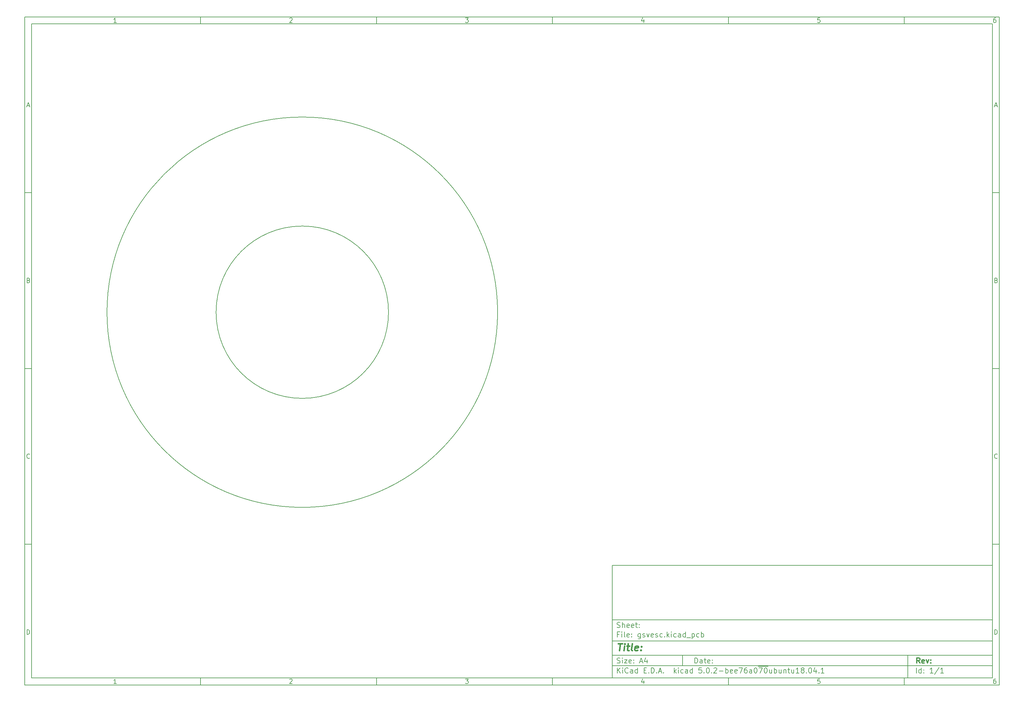
<source format=gbr>
G04 #@! TF.GenerationSoftware,KiCad,Pcbnew,5.0.2-bee76a0~70~ubuntu18.04.1*
G04 #@! TF.CreationDate,2019-01-04T10:38:41+01:00*
G04 #@! TF.ProjectId,gsvesc,67737665-7363-42e6-9b69-6361645f7063,rev?*
G04 #@! TF.SameCoordinates,Original*
G04 #@! TF.FileFunction,Profile,NP*
%FSLAX45Y45*%
G04 Gerber Fmt 4.5, Leading zero omitted, Abs format (unit mm)*
G04 Created by KiCad (PCBNEW 5.0.2-bee76a0~70~ubuntu18.04.1) date Fr 04 Jan 2019 10:38:41 CET*
%MOMM*%
%LPD*%
G01*
G04 APERTURE LIST*
%ADD10C,0.100000*%
%ADD11C,0.150000*%
%ADD12C,0.300000*%
%ADD13C,0.400000*%
%ADD14C,0.200000*%
G04 APERTURE END LIST*
D10*
D11*
X17700220Y-16600720D02*
X17700220Y-19800720D01*
X28500220Y-19800720D01*
X28500220Y-16600720D01*
X17700220Y-16600720D01*
D10*
D11*
X1000000Y-1000000D02*
X1000000Y-20000720D01*
X28700220Y-20000720D01*
X28700220Y-1000000D01*
X1000000Y-1000000D01*
D10*
D11*
X1200000Y-1200000D02*
X1200000Y-19800720D01*
X28500220Y-19800720D01*
X28500220Y-1200000D01*
X1200000Y-1200000D01*
D10*
D11*
X6000000Y-1200000D02*
X6000000Y-1000000D01*
D10*
D11*
X11000000Y-1200000D02*
X11000000Y-1000000D01*
D10*
D11*
X16000000Y-1200000D02*
X16000000Y-1000000D01*
D10*
D11*
X21000000Y-1200000D02*
X21000000Y-1000000D01*
D10*
D11*
X26000000Y-1200000D02*
X26000000Y-1000000D01*
D10*
D11*
X3606548Y-1158810D02*
X3532262Y-1158810D01*
X3569405Y-1158810D02*
X3569405Y-1028809D01*
X3557024Y-1047381D01*
X3544643Y-1059762D01*
X3532262Y-1065952D01*
D10*
D11*
X8532262Y-1041190D02*
X8538452Y-1035000D01*
X8550833Y-1028809D01*
X8581786Y-1028809D01*
X8594167Y-1035000D01*
X8600357Y-1041190D01*
X8606548Y-1053571D01*
X8606548Y-1065952D01*
X8600357Y-1084524D01*
X8526071Y-1158810D01*
X8606548Y-1158810D01*
D10*
D11*
X13526071Y-1028809D02*
X13606548Y-1028809D01*
X13563214Y-1078333D01*
X13581786Y-1078333D01*
X13594167Y-1084524D01*
X13600357Y-1090714D01*
X13606548Y-1103095D01*
X13606548Y-1134048D01*
X13600357Y-1146429D01*
X13594167Y-1152619D01*
X13581786Y-1158810D01*
X13544643Y-1158810D01*
X13532262Y-1152619D01*
X13526071Y-1146429D01*
D10*
D11*
X18594167Y-1072143D02*
X18594167Y-1158810D01*
X18563214Y-1022619D02*
X18532262Y-1115476D01*
X18612738Y-1115476D01*
D10*
D11*
X23600357Y-1028809D02*
X23538452Y-1028809D01*
X23532262Y-1090714D01*
X23538452Y-1084524D01*
X23550833Y-1078333D01*
X23581786Y-1078333D01*
X23594167Y-1084524D01*
X23600357Y-1090714D01*
X23606548Y-1103095D01*
X23606548Y-1134048D01*
X23600357Y-1146429D01*
X23594167Y-1152619D01*
X23581786Y-1158810D01*
X23550833Y-1158810D01*
X23538452Y-1152619D01*
X23532262Y-1146429D01*
D10*
D11*
X28594167Y-1028809D02*
X28569405Y-1028809D01*
X28557024Y-1035000D01*
X28550833Y-1041190D01*
X28538452Y-1059762D01*
X28532262Y-1084524D01*
X28532262Y-1134048D01*
X28538452Y-1146429D01*
X28544643Y-1152619D01*
X28557024Y-1158810D01*
X28581786Y-1158810D01*
X28594167Y-1152619D01*
X28600357Y-1146429D01*
X28606548Y-1134048D01*
X28606548Y-1103095D01*
X28600357Y-1090714D01*
X28594167Y-1084524D01*
X28581786Y-1078333D01*
X28557024Y-1078333D01*
X28544643Y-1084524D01*
X28538452Y-1090714D01*
X28532262Y-1103095D01*
D10*
D11*
X6000000Y-19800720D02*
X6000000Y-20000720D01*
D10*
D11*
X11000000Y-19800720D02*
X11000000Y-20000720D01*
D10*
D11*
X16000000Y-19800720D02*
X16000000Y-20000720D01*
D10*
D11*
X21000000Y-19800720D02*
X21000000Y-20000720D01*
D10*
D11*
X26000000Y-19800720D02*
X26000000Y-20000720D01*
D10*
D11*
X3606548Y-19959530D02*
X3532262Y-19959530D01*
X3569405Y-19959530D02*
X3569405Y-19829530D01*
X3557024Y-19848101D01*
X3544643Y-19860482D01*
X3532262Y-19866672D01*
D10*
D11*
X8532262Y-19841910D02*
X8538452Y-19835720D01*
X8550833Y-19829530D01*
X8581786Y-19829530D01*
X8594167Y-19835720D01*
X8600357Y-19841910D01*
X8606548Y-19854291D01*
X8606548Y-19866672D01*
X8600357Y-19885244D01*
X8526071Y-19959530D01*
X8606548Y-19959530D01*
D10*
D11*
X13526071Y-19829530D02*
X13606548Y-19829530D01*
X13563214Y-19879053D01*
X13581786Y-19879053D01*
X13594167Y-19885244D01*
X13600357Y-19891434D01*
X13606548Y-19903815D01*
X13606548Y-19934768D01*
X13600357Y-19947149D01*
X13594167Y-19953339D01*
X13581786Y-19959530D01*
X13544643Y-19959530D01*
X13532262Y-19953339D01*
X13526071Y-19947149D01*
D10*
D11*
X18594167Y-19872863D02*
X18594167Y-19959530D01*
X18563214Y-19823339D02*
X18532262Y-19916196D01*
X18612738Y-19916196D01*
D10*
D11*
X23600357Y-19829530D02*
X23538452Y-19829530D01*
X23532262Y-19891434D01*
X23538452Y-19885244D01*
X23550833Y-19879053D01*
X23581786Y-19879053D01*
X23594167Y-19885244D01*
X23600357Y-19891434D01*
X23606548Y-19903815D01*
X23606548Y-19934768D01*
X23600357Y-19947149D01*
X23594167Y-19953339D01*
X23581786Y-19959530D01*
X23550833Y-19959530D01*
X23538452Y-19953339D01*
X23532262Y-19947149D01*
D10*
D11*
X28594167Y-19829530D02*
X28569405Y-19829530D01*
X28557024Y-19835720D01*
X28550833Y-19841910D01*
X28538452Y-19860482D01*
X28532262Y-19885244D01*
X28532262Y-19934768D01*
X28538452Y-19947149D01*
X28544643Y-19953339D01*
X28557024Y-19959530D01*
X28581786Y-19959530D01*
X28594167Y-19953339D01*
X28600357Y-19947149D01*
X28606548Y-19934768D01*
X28606548Y-19903815D01*
X28600357Y-19891434D01*
X28594167Y-19885244D01*
X28581786Y-19879053D01*
X28557024Y-19879053D01*
X28544643Y-19885244D01*
X28538452Y-19891434D01*
X28532262Y-19903815D01*
D10*
D11*
X1000000Y-6000000D02*
X1200000Y-6000000D01*
D10*
D11*
X1000000Y-11000000D02*
X1200000Y-11000000D01*
D10*
D11*
X1000000Y-16000000D02*
X1200000Y-16000000D01*
D10*
D11*
X1069048Y-3521667D02*
X1130952Y-3521667D01*
X1056667Y-3558809D02*
X1100000Y-3428809D01*
X1143333Y-3558809D01*
D10*
D11*
X1109286Y-8490714D02*
X1127857Y-8496905D01*
X1134048Y-8503095D01*
X1140238Y-8515476D01*
X1140238Y-8534048D01*
X1134048Y-8546429D01*
X1127857Y-8552619D01*
X1115476Y-8558810D01*
X1065952Y-8558810D01*
X1065952Y-8428810D01*
X1109286Y-8428810D01*
X1121667Y-8435000D01*
X1127857Y-8441190D01*
X1134048Y-8453571D01*
X1134048Y-8465952D01*
X1127857Y-8478333D01*
X1121667Y-8484524D01*
X1109286Y-8490714D01*
X1065952Y-8490714D01*
D10*
D11*
X1140238Y-13546428D02*
X1134048Y-13552619D01*
X1115476Y-13558809D01*
X1103095Y-13558809D01*
X1084524Y-13552619D01*
X1072143Y-13540238D01*
X1065952Y-13527857D01*
X1059762Y-13503095D01*
X1059762Y-13484524D01*
X1065952Y-13459762D01*
X1072143Y-13447381D01*
X1084524Y-13435000D01*
X1103095Y-13428809D01*
X1115476Y-13428809D01*
X1134048Y-13435000D01*
X1140238Y-13441190D01*
D10*
D11*
X1065952Y-18558810D02*
X1065952Y-18428810D01*
X1096905Y-18428810D01*
X1115476Y-18435000D01*
X1127857Y-18447381D01*
X1134048Y-18459762D01*
X1140238Y-18484524D01*
X1140238Y-18503095D01*
X1134048Y-18527857D01*
X1127857Y-18540238D01*
X1115476Y-18552619D01*
X1096905Y-18558810D01*
X1065952Y-18558810D01*
D10*
D11*
X28700220Y-6000000D02*
X28500220Y-6000000D01*
D10*
D11*
X28700220Y-11000000D02*
X28500220Y-11000000D01*
D10*
D11*
X28700220Y-16000000D02*
X28500220Y-16000000D01*
D10*
D11*
X28569268Y-3521667D02*
X28631172Y-3521667D01*
X28556887Y-3558809D02*
X28600220Y-3428809D01*
X28643553Y-3558809D01*
D10*
D11*
X28609506Y-8490714D02*
X28628077Y-8496905D01*
X28634268Y-8503095D01*
X28640458Y-8515476D01*
X28640458Y-8534048D01*
X28634268Y-8546429D01*
X28628077Y-8552619D01*
X28615696Y-8558810D01*
X28566172Y-8558810D01*
X28566172Y-8428810D01*
X28609506Y-8428810D01*
X28621887Y-8435000D01*
X28628077Y-8441190D01*
X28634268Y-8453571D01*
X28634268Y-8465952D01*
X28628077Y-8478333D01*
X28621887Y-8484524D01*
X28609506Y-8490714D01*
X28566172Y-8490714D01*
D10*
D11*
X28640458Y-13546428D02*
X28634268Y-13552619D01*
X28615696Y-13558809D01*
X28603315Y-13558809D01*
X28584744Y-13552619D01*
X28572363Y-13540238D01*
X28566172Y-13527857D01*
X28559982Y-13503095D01*
X28559982Y-13484524D01*
X28566172Y-13459762D01*
X28572363Y-13447381D01*
X28584744Y-13435000D01*
X28603315Y-13428809D01*
X28615696Y-13428809D01*
X28634268Y-13435000D01*
X28640458Y-13441190D01*
D10*
D11*
X28566172Y-18558810D02*
X28566172Y-18428810D01*
X28597125Y-18428810D01*
X28615696Y-18435000D01*
X28628077Y-18447381D01*
X28634268Y-18459762D01*
X28640458Y-18484524D01*
X28640458Y-18503095D01*
X28634268Y-18527857D01*
X28628077Y-18540238D01*
X28615696Y-18552619D01*
X28597125Y-18558810D01*
X28566172Y-18558810D01*
D10*
D11*
X20043434Y-19378577D02*
X20043434Y-19228577D01*
X20079149Y-19228577D01*
X20100577Y-19235720D01*
X20114863Y-19250006D01*
X20122006Y-19264291D01*
X20129149Y-19292863D01*
X20129149Y-19314291D01*
X20122006Y-19342863D01*
X20114863Y-19357149D01*
X20100577Y-19371434D01*
X20079149Y-19378577D01*
X20043434Y-19378577D01*
X20257720Y-19378577D02*
X20257720Y-19300006D01*
X20250577Y-19285720D01*
X20236291Y-19278577D01*
X20207720Y-19278577D01*
X20193434Y-19285720D01*
X20257720Y-19371434D02*
X20243434Y-19378577D01*
X20207720Y-19378577D01*
X20193434Y-19371434D01*
X20186291Y-19357149D01*
X20186291Y-19342863D01*
X20193434Y-19328577D01*
X20207720Y-19321434D01*
X20243434Y-19321434D01*
X20257720Y-19314291D01*
X20307720Y-19278577D02*
X20364863Y-19278577D01*
X20329149Y-19228577D02*
X20329149Y-19357149D01*
X20336291Y-19371434D01*
X20350577Y-19378577D01*
X20364863Y-19378577D01*
X20472006Y-19371434D02*
X20457720Y-19378577D01*
X20429149Y-19378577D01*
X20414863Y-19371434D01*
X20407720Y-19357149D01*
X20407720Y-19300006D01*
X20414863Y-19285720D01*
X20429149Y-19278577D01*
X20457720Y-19278577D01*
X20472006Y-19285720D01*
X20479149Y-19300006D01*
X20479149Y-19314291D01*
X20407720Y-19328577D01*
X20543434Y-19364291D02*
X20550577Y-19371434D01*
X20543434Y-19378577D01*
X20536291Y-19371434D01*
X20543434Y-19364291D01*
X20543434Y-19378577D01*
X20543434Y-19285720D02*
X20550577Y-19292863D01*
X20543434Y-19300006D01*
X20536291Y-19292863D01*
X20543434Y-19285720D01*
X20543434Y-19300006D01*
D10*
D11*
X17700220Y-19450720D02*
X28500220Y-19450720D01*
D10*
D11*
X17843434Y-19658577D02*
X17843434Y-19508577D01*
X17929149Y-19658577D02*
X17864863Y-19572863D01*
X17929149Y-19508577D02*
X17843434Y-19594291D01*
X17993434Y-19658577D02*
X17993434Y-19558577D01*
X17993434Y-19508577D02*
X17986291Y-19515720D01*
X17993434Y-19522863D01*
X18000577Y-19515720D01*
X17993434Y-19508577D01*
X17993434Y-19522863D01*
X18150577Y-19644291D02*
X18143434Y-19651434D01*
X18122006Y-19658577D01*
X18107720Y-19658577D01*
X18086291Y-19651434D01*
X18072006Y-19637149D01*
X18064863Y-19622863D01*
X18057720Y-19594291D01*
X18057720Y-19572863D01*
X18064863Y-19544291D01*
X18072006Y-19530006D01*
X18086291Y-19515720D01*
X18107720Y-19508577D01*
X18122006Y-19508577D01*
X18143434Y-19515720D01*
X18150577Y-19522863D01*
X18279149Y-19658577D02*
X18279149Y-19580006D01*
X18272006Y-19565720D01*
X18257720Y-19558577D01*
X18229149Y-19558577D01*
X18214863Y-19565720D01*
X18279149Y-19651434D02*
X18264863Y-19658577D01*
X18229149Y-19658577D01*
X18214863Y-19651434D01*
X18207720Y-19637149D01*
X18207720Y-19622863D01*
X18214863Y-19608577D01*
X18229149Y-19601434D01*
X18264863Y-19601434D01*
X18279149Y-19594291D01*
X18414863Y-19658577D02*
X18414863Y-19508577D01*
X18414863Y-19651434D02*
X18400577Y-19658577D01*
X18372006Y-19658577D01*
X18357720Y-19651434D01*
X18350577Y-19644291D01*
X18343434Y-19630006D01*
X18343434Y-19587149D01*
X18350577Y-19572863D01*
X18357720Y-19565720D01*
X18372006Y-19558577D01*
X18400577Y-19558577D01*
X18414863Y-19565720D01*
X18600577Y-19580006D02*
X18650577Y-19580006D01*
X18672006Y-19658577D02*
X18600577Y-19658577D01*
X18600577Y-19508577D01*
X18672006Y-19508577D01*
X18736291Y-19644291D02*
X18743434Y-19651434D01*
X18736291Y-19658577D01*
X18729149Y-19651434D01*
X18736291Y-19644291D01*
X18736291Y-19658577D01*
X18807720Y-19658577D02*
X18807720Y-19508577D01*
X18843434Y-19508577D01*
X18864863Y-19515720D01*
X18879149Y-19530006D01*
X18886291Y-19544291D01*
X18893434Y-19572863D01*
X18893434Y-19594291D01*
X18886291Y-19622863D01*
X18879149Y-19637149D01*
X18864863Y-19651434D01*
X18843434Y-19658577D01*
X18807720Y-19658577D01*
X18957720Y-19644291D02*
X18964863Y-19651434D01*
X18957720Y-19658577D01*
X18950577Y-19651434D01*
X18957720Y-19644291D01*
X18957720Y-19658577D01*
X19022006Y-19615720D02*
X19093434Y-19615720D01*
X19007720Y-19658577D02*
X19057720Y-19508577D01*
X19107720Y-19658577D01*
X19157720Y-19644291D02*
X19164863Y-19651434D01*
X19157720Y-19658577D01*
X19150577Y-19651434D01*
X19157720Y-19644291D01*
X19157720Y-19658577D01*
X19457720Y-19658577D02*
X19457720Y-19508577D01*
X19472006Y-19601434D02*
X19514863Y-19658577D01*
X19514863Y-19558577D02*
X19457720Y-19615720D01*
X19579149Y-19658577D02*
X19579149Y-19558577D01*
X19579149Y-19508577D02*
X19572006Y-19515720D01*
X19579149Y-19522863D01*
X19586291Y-19515720D01*
X19579149Y-19508577D01*
X19579149Y-19522863D01*
X19714863Y-19651434D02*
X19700577Y-19658577D01*
X19672006Y-19658577D01*
X19657720Y-19651434D01*
X19650577Y-19644291D01*
X19643434Y-19630006D01*
X19643434Y-19587149D01*
X19650577Y-19572863D01*
X19657720Y-19565720D01*
X19672006Y-19558577D01*
X19700577Y-19558577D01*
X19714863Y-19565720D01*
X19843434Y-19658577D02*
X19843434Y-19580006D01*
X19836291Y-19565720D01*
X19822006Y-19558577D01*
X19793434Y-19558577D01*
X19779149Y-19565720D01*
X19843434Y-19651434D02*
X19829149Y-19658577D01*
X19793434Y-19658577D01*
X19779149Y-19651434D01*
X19772006Y-19637149D01*
X19772006Y-19622863D01*
X19779149Y-19608577D01*
X19793434Y-19601434D01*
X19829149Y-19601434D01*
X19843434Y-19594291D01*
X19979149Y-19658577D02*
X19979149Y-19508577D01*
X19979149Y-19651434D02*
X19964863Y-19658577D01*
X19936291Y-19658577D01*
X19922006Y-19651434D01*
X19914863Y-19644291D01*
X19907720Y-19630006D01*
X19907720Y-19587149D01*
X19914863Y-19572863D01*
X19922006Y-19565720D01*
X19936291Y-19558577D01*
X19964863Y-19558577D01*
X19979149Y-19565720D01*
X20236291Y-19508577D02*
X20164863Y-19508577D01*
X20157720Y-19580006D01*
X20164863Y-19572863D01*
X20179149Y-19565720D01*
X20214863Y-19565720D01*
X20229149Y-19572863D01*
X20236291Y-19580006D01*
X20243434Y-19594291D01*
X20243434Y-19630006D01*
X20236291Y-19644291D01*
X20229149Y-19651434D01*
X20214863Y-19658577D01*
X20179149Y-19658577D01*
X20164863Y-19651434D01*
X20157720Y-19644291D01*
X20307720Y-19644291D02*
X20314863Y-19651434D01*
X20307720Y-19658577D01*
X20300577Y-19651434D01*
X20307720Y-19644291D01*
X20307720Y-19658577D01*
X20407720Y-19508577D02*
X20422006Y-19508577D01*
X20436291Y-19515720D01*
X20443434Y-19522863D01*
X20450577Y-19537149D01*
X20457720Y-19565720D01*
X20457720Y-19601434D01*
X20450577Y-19630006D01*
X20443434Y-19644291D01*
X20436291Y-19651434D01*
X20422006Y-19658577D01*
X20407720Y-19658577D01*
X20393434Y-19651434D01*
X20386291Y-19644291D01*
X20379149Y-19630006D01*
X20372006Y-19601434D01*
X20372006Y-19565720D01*
X20379149Y-19537149D01*
X20386291Y-19522863D01*
X20393434Y-19515720D01*
X20407720Y-19508577D01*
X20522006Y-19644291D02*
X20529149Y-19651434D01*
X20522006Y-19658577D01*
X20514863Y-19651434D01*
X20522006Y-19644291D01*
X20522006Y-19658577D01*
X20586291Y-19522863D02*
X20593434Y-19515720D01*
X20607720Y-19508577D01*
X20643434Y-19508577D01*
X20657720Y-19515720D01*
X20664863Y-19522863D01*
X20672006Y-19537149D01*
X20672006Y-19551434D01*
X20664863Y-19572863D01*
X20579149Y-19658577D01*
X20672006Y-19658577D01*
X20736291Y-19601434D02*
X20850577Y-19601434D01*
X20922006Y-19658577D02*
X20922006Y-19508577D01*
X20922006Y-19565720D02*
X20936291Y-19558577D01*
X20964863Y-19558577D01*
X20979149Y-19565720D01*
X20986291Y-19572863D01*
X20993434Y-19587149D01*
X20993434Y-19630006D01*
X20986291Y-19644291D01*
X20979149Y-19651434D01*
X20964863Y-19658577D01*
X20936291Y-19658577D01*
X20922006Y-19651434D01*
X21114863Y-19651434D02*
X21100577Y-19658577D01*
X21072006Y-19658577D01*
X21057720Y-19651434D01*
X21050577Y-19637149D01*
X21050577Y-19580006D01*
X21057720Y-19565720D01*
X21072006Y-19558577D01*
X21100577Y-19558577D01*
X21114863Y-19565720D01*
X21122006Y-19580006D01*
X21122006Y-19594291D01*
X21050577Y-19608577D01*
X21243434Y-19651434D02*
X21229149Y-19658577D01*
X21200577Y-19658577D01*
X21186291Y-19651434D01*
X21179149Y-19637149D01*
X21179149Y-19580006D01*
X21186291Y-19565720D01*
X21200577Y-19558577D01*
X21229149Y-19558577D01*
X21243434Y-19565720D01*
X21250577Y-19580006D01*
X21250577Y-19594291D01*
X21179149Y-19608577D01*
X21300577Y-19508577D02*
X21400577Y-19508577D01*
X21336291Y-19658577D01*
X21522006Y-19508577D02*
X21493434Y-19508577D01*
X21479149Y-19515720D01*
X21472006Y-19522863D01*
X21457720Y-19544291D01*
X21450577Y-19572863D01*
X21450577Y-19630006D01*
X21457720Y-19644291D01*
X21464863Y-19651434D01*
X21479149Y-19658577D01*
X21507720Y-19658577D01*
X21522006Y-19651434D01*
X21529149Y-19644291D01*
X21536291Y-19630006D01*
X21536291Y-19594291D01*
X21529149Y-19580006D01*
X21522006Y-19572863D01*
X21507720Y-19565720D01*
X21479149Y-19565720D01*
X21464863Y-19572863D01*
X21457720Y-19580006D01*
X21450577Y-19594291D01*
X21664863Y-19658577D02*
X21664863Y-19580006D01*
X21657720Y-19565720D01*
X21643434Y-19558577D01*
X21614863Y-19558577D01*
X21600577Y-19565720D01*
X21664863Y-19651434D02*
X21650577Y-19658577D01*
X21614863Y-19658577D01*
X21600577Y-19651434D01*
X21593434Y-19637149D01*
X21593434Y-19622863D01*
X21600577Y-19608577D01*
X21614863Y-19601434D01*
X21650577Y-19601434D01*
X21664863Y-19594291D01*
X21764863Y-19508577D02*
X21779149Y-19508577D01*
X21793434Y-19515720D01*
X21800577Y-19522863D01*
X21807720Y-19537149D01*
X21814863Y-19565720D01*
X21814863Y-19601434D01*
X21807720Y-19630006D01*
X21800577Y-19644291D01*
X21793434Y-19651434D01*
X21779149Y-19658577D01*
X21764863Y-19658577D01*
X21750577Y-19651434D01*
X21743434Y-19644291D01*
X21736291Y-19630006D01*
X21729149Y-19601434D01*
X21729149Y-19565720D01*
X21736291Y-19537149D01*
X21743434Y-19522863D01*
X21750577Y-19515720D01*
X21764863Y-19508577D01*
X21843434Y-19467720D02*
X21986291Y-19467720D01*
X21864863Y-19508577D02*
X21964863Y-19508577D01*
X21900577Y-19658577D01*
X21986291Y-19467720D02*
X22129149Y-19467720D01*
X22050577Y-19508577D02*
X22064863Y-19508577D01*
X22079149Y-19515720D01*
X22086291Y-19522863D01*
X22093434Y-19537149D01*
X22100577Y-19565720D01*
X22100577Y-19601434D01*
X22093434Y-19630006D01*
X22086291Y-19644291D01*
X22079149Y-19651434D01*
X22064863Y-19658577D01*
X22050577Y-19658577D01*
X22036291Y-19651434D01*
X22029149Y-19644291D01*
X22022006Y-19630006D01*
X22014863Y-19601434D01*
X22014863Y-19565720D01*
X22022006Y-19537149D01*
X22029149Y-19522863D01*
X22036291Y-19515720D01*
X22050577Y-19508577D01*
X22229149Y-19558577D02*
X22229149Y-19658577D01*
X22164863Y-19558577D02*
X22164863Y-19637149D01*
X22172006Y-19651434D01*
X22186291Y-19658577D01*
X22207720Y-19658577D01*
X22222006Y-19651434D01*
X22229149Y-19644291D01*
X22300577Y-19658577D02*
X22300577Y-19508577D01*
X22300577Y-19565720D02*
X22314863Y-19558577D01*
X22343434Y-19558577D01*
X22357720Y-19565720D01*
X22364863Y-19572863D01*
X22372006Y-19587149D01*
X22372006Y-19630006D01*
X22364863Y-19644291D01*
X22357720Y-19651434D01*
X22343434Y-19658577D01*
X22314863Y-19658577D01*
X22300577Y-19651434D01*
X22500577Y-19558577D02*
X22500577Y-19658577D01*
X22436291Y-19558577D02*
X22436291Y-19637149D01*
X22443434Y-19651434D01*
X22457720Y-19658577D01*
X22479148Y-19658577D01*
X22493434Y-19651434D01*
X22500577Y-19644291D01*
X22572006Y-19558577D02*
X22572006Y-19658577D01*
X22572006Y-19572863D02*
X22579148Y-19565720D01*
X22593434Y-19558577D01*
X22614863Y-19558577D01*
X22629148Y-19565720D01*
X22636291Y-19580006D01*
X22636291Y-19658577D01*
X22686291Y-19558577D02*
X22743434Y-19558577D01*
X22707720Y-19508577D02*
X22707720Y-19637149D01*
X22714863Y-19651434D01*
X22729148Y-19658577D01*
X22743434Y-19658577D01*
X22857720Y-19558577D02*
X22857720Y-19658577D01*
X22793434Y-19558577D02*
X22793434Y-19637149D01*
X22800577Y-19651434D01*
X22814863Y-19658577D01*
X22836291Y-19658577D01*
X22850577Y-19651434D01*
X22857720Y-19644291D01*
X23007720Y-19658577D02*
X22922006Y-19658577D01*
X22964863Y-19658577D02*
X22964863Y-19508577D01*
X22950577Y-19530006D01*
X22936291Y-19544291D01*
X22922006Y-19551434D01*
X23093434Y-19572863D02*
X23079148Y-19565720D01*
X23072006Y-19558577D01*
X23064863Y-19544291D01*
X23064863Y-19537149D01*
X23072006Y-19522863D01*
X23079148Y-19515720D01*
X23093434Y-19508577D01*
X23122006Y-19508577D01*
X23136291Y-19515720D01*
X23143434Y-19522863D01*
X23150577Y-19537149D01*
X23150577Y-19544291D01*
X23143434Y-19558577D01*
X23136291Y-19565720D01*
X23122006Y-19572863D01*
X23093434Y-19572863D01*
X23079148Y-19580006D01*
X23072006Y-19587149D01*
X23064863Y-19601434D01*
X23064863Y-19630006D01*
X23072006Y-19644291D01*
X23079148Y-19651434D01*
X23093434Y-19658577D01*
X23122006Y-19658577D01*
X23136291Y-19651434D01*
X23143434Y-19644291D01*
X23150577Y-19630006D01*
X23150577Y-19601434D01*
X23143434Y-19587149D01*
X23136291Y-19580006D01*
X23122006Y-19572863D01*
X23214863Y-19644291D02*
X23222006Y-19651434D01*
X23214863Y-19658577D01*
X23207720Y-19651434D01*
X23214863Y-19644291D01*
X23214863Y-19658577D01*
X23314863Y-19508577D02*
X23329148Y-19508577D01*
X23343434Y-19515720D01*
X23350577Y-19522863D01*
X23357720Y-19537149D01*
X23364863Y-19565720D01*
X23364863Y-19601434D01*
X23357720Y-19630006D01*
X23350577Y-19644291D01*
X23343434Y-19651434D01*
X23329148Y-19658577D01*
X23314863Y-19658577D01*
X23300577Y-19651434D01*
X23293434Y-19644291D01*
X23286291Y-19630006D01*
X23279148Y-19601434D01*
X23279148Y-19565720D01*
X23286291Y-19537149D01*
X23293434Y-19522863D01*
X23300577Y-19515720D01*
X23314863Y-19508577D01*
X23493434Y-19558577D02*
X23493434Y-19658577D01*
X23457720Y-19501434D02*
X23422006Y-19608577D01*
X23514863Y-19608577D01*
X23572006Y-19644291D02*
X23579148Y-19651434D01*
X23572006Y-19658577D01*
X23564863Y-19651434D01*
X23572006Y-19644291D01*
X23572006Y-19658577D01*
X23722006Y-19658577D02*
X23636291Y-19658577D01*
X23679148Y-19658577D02*
X23679148Y-19508577D01*
X23664863Y-19530006D01*
X23650577Y-19544291D01*
X23636291Y-19551434D01*
D10*
D11*
X17700220Y-19150720D02*
X28500220Y-19150720D01*
D10*
D12*
X26441148Y-19378577D02*
X26391148Y-19307149D01*
X26355434Y-19378577D02*
X26355434Y-19228577D01*
X26412577Y-19228577D01*
X26426863Y-19235720D01*
X26434006Y-19242863D01*
X26441148Y-19257149D01*
X26441148Y-19278577D01*
X26434006Y-19292863D01*
X26426863Y-19300006D01*
X26412577Y-19307149D01*
X26355434Y-19307149D01*
X26562577Y-19371434D02*
X26548291Y-19378577D01*
X26519720Y-19378577D01*
X26505434Y-19371434D01*
X26498291Y-19357149D01*
X26498291Y-19300006D01*
X26505434Y-19285720D01*
X26519720Y-19278577D01*
X26548291Y-19278577D01*
X26562577Y-19285720D01*
X26569720Y-19300006D01*
X26569720Y-19314291D01*
X26498291Y-19328577D01*
X26619720Y-19278577D02*
X26655434Y-19378577D01*
X26691148Y-19278577D01*
X26748291Y-19364291D02*
X26755434Y-19371434D01*
X26748291Y-19378577D01*
X26741148Y-19371434D01*
X26748291Y-19364291D01*
X26748291Y-19378577D01*
X26748291Y-19285720D02*
X26755434Y-19292863D01*
X26748291Y-19300006D01*
X26741148Y-19292863D01*
X26748291Y-19285720D01*
X26748291Y-19300006D01*
D10*
D11*
X17836291Y-19371434D02*
X17857720Y-19378577D01*
X17893434Y-19378577D01*
X17907720Y-19371434D01*
X17914863Y-19364291D01*
X17922006Y-19350006D01*
X17922006Y-19335720D01*
X17914863Y-19321434D01*
X17907720Y-19314291D01*
X17893434Y-19307149D01*
X17864863Y-19300006D01*
X17850577Y-19292863D01*
X17843434Y-19285720D01*
X17836291Y-19271434D01*
X17836291Y-19257149D01*
X17843434Y-19242863D01*
X17850577Y-19235720D01*
X17864863Y-19228577D01*
X17900577Y-19228577D01*
X17922006Y-19235720D01*
X17986291Y-19378577D02*
X17986291Y-19278577D01*
X17986291Y-19228577D02*
X17979149Y-19235720D01*
X17986291Y-19242863D01*
X17993434Y-19235720D01*
X17986291Y-19228577D01*
X17986291Y-19242863D01*
X18043434Y-19278577D02*
X18122006Y-19278577D01*
X18043434Y-19378577D01*
X18122006Y-19378577D01*
X18236291Y-19371434D02*
X18222006Y-19378577D01*
X18193434Y-19378577D01*
X18179149Y-19371434D01*
X18172006Y-19357149D01*
X18172006Y-19300006D01*
X18179149Y-19285720D01*
X18193434Y-19278577D01*
X18222006Y-19278577D01*
X18236291Y-19285720D01*
X18243434Y-19300006D01*
X18243434Y-19314291D01*
X18172006Y-19328577D01*
X18307720Y-19364291D02*
X18314863Y-19371434D01*
X18307720Y-19378577D01*
X18300577Y-19371434D01*
X18307720Y-19364291D01*
X18307720Y-19378577D01*
X18307720Y-19285720D02*
X18314863Y-19292863D01*
X18307720Y-19300006D01*
X18300577Y-19292863D01*
X18307720Y-19285720D01*
X18307720Y-19300006D01*
X18486291Y-19335720D02*
X18557720Y-19335720D01*
X18472006Y-19378577D02*
X18522006Y-19228577D01*
X18572006Y-19378577D01*
X18686291Y-19278577D02*
X18686291Y-19378577D01*
X18650577Y-19221434D02*
X18614863Y-19328577D01*
X18707720Y-19328577D01*
D10*
D11*
X26343434Y-19658577D02*
X26343434Y-19508577D01*
X26479148Y-19658577D02*
X26479148Y-19508577D01*
X26479148Y-19651434D02*
X26464863Y-19658577D01*
X26436291Y-19658577D01*
X26422006Y-19651434D01*
X26414863Y-19644291D01*
X26407720Y-19630006D01*
X26407720Y-19587149D01*
X26414863Y-19572863D01*
X26422006Y-19565720D01*
X26436291Y-19558577D01*
X26464863Y-19558577D01*
X26479148Y-19565720D01*
X26550577Y-19644291D02*
X26557720Y-19651434D01*
X26550577Y-19658577D01*
X26543434Y-19651434D01*
X26550577Y-19644291D01*
X26550577Y-19658577D01*
X26550577Y-19565720D02*
X26557720Y-19572863D01*
X26550577Y-19580006D01*
X26543434Y-19572863D01*
X26550577Y-19565720D01*
X26550577Y-19580006D01*
X26814863Y-19658577D02*
X26729148Y-19658577D01*
X26772006Y-19658577D02*
X26772006Y-19508577D01*
X26757720Y-19530006D01*
X26743434Y-19544291D01*
X26729148Y-19551434D01*
X26986291Y-19501434D02*
X26857720Y-19694291D01*
X27114863Y-19658577D02*
X27029148Y-19658577D01*
X27072006Y-19658577D02*
X27072006Y-19508577D01*
X27057720Y-19530006D01*
X27043434Y-19544291D01*
X27029148Y-19551434D01*
D10*
D11*
X17700220Y-18750720D02*
X28500220Y-18750720D01*
D10*
D13*
X17871458Y-18821196D02*
X17985744Y-18821196D01*
X17903601Y-19021196D02*
X17928601Y-18821196D01*
X18027410Y-19021196D02*
X18044077Y-18887863D01*
X18052410Y-18821196D02*
X18041696Y-18830720D01*
X18050030Y-18840244D01*
X18060744Y-18830720D01*
X18052410Y-18821196D01*
X18050030Y-18840244D01*
X18110744Y-18887863D02*
X18186934Y-18887863D01*
X18147649Y-18821196D02*
X18126220Y-18992625D01*
X18133363Y-19011672D01*
X18151220Y-19021196D01*
X18170268Y-19021196D01*
X18265506Y-19021196D02*
X18247649Y-19011672D01*
X18240506Y-18992625D01*
X18261934Y-18821196D01*
X18419077Y-19011672D02*
X18398839Y-19021196D01*
X18360744Y-19021196D01*
X18342887Y-19011672D01*
X18335744Y-18992625D01*
X18345268Y-18916434D01*
X18357172Y-18897387D01*
X18377410Y-18887863D01*
X18415506Y-18887863D01*
X18433363Y-18897387D01*
X18440506Y-18916434D01*
X18438125Y-18935482D01*
X18340506Y-18954530D01*
X18515506Y-19002149D02*
X18523839Y-19011672D01*
X18513125Y-19021196D01*
X18504791Y-19011672D01*
X18515506Y-19002149D01*
X18513125Y-19021196D01*
X18528601Y-18897387D02*
X18536934Y-18906910D01*
X18526220Y-18916434D01*
X18517887Y-18906910D01*
X18528601Y-18897387D01*
X18526220Y-18916434D01*
D10*
D11*
X17893434Y-18560006D02*
X17843434Y-18560006D01*
X17843434Y-18638577D02*
X17843434Y-18488577D01*
X17914863Y-18488577D01*
X17972006Y-18638577D02*
X17972006Y-18538577D01*
X17972006Y-18488577D02*
X17964863Y-18495720D01*
X17972006Y-18502863D01*
X17979149Y-18495720D01*
X17972006Y-18488577D01*
X17972006Y-18502863D01*
X18064863Y-18638577D02*
X18050577Y-18631434D01*
X18043434Y-18617149D01*
X18043434Y-18488577D01*
X18179149Y-18631434D02*
X18164863Y-18638577D01*
X18136291Y-18638577D01*
X18122006Y-18631434D01*
X18114863Y-18617149D01*
X18114863Y-18560006D01*
X18122006Y-18545720D01*
X18136291Y-18538577D01*
X18164863Y-18538577D01*
X18179149Y-18545720D01*
X18186291Y-18560006D01*
X18186291Y-18574291D01*
X18114863Y-18588577D01*
X18250577Y-18624291D02*
X18257720Y-18631434D01*
X18250577Y-18638577D01*
X18243434Y-18631434D01*
X18250577Y-18624291D01*
X18250577Y-18638577D01*
X18250577Y-18545720D02*
X18257720Y-18552863D01*
X18250577Y-18560006D01*
X18243434Y-18552863D01*
X18250577Y-18545720D01*
X18250577Y-18560006D01*
X18500577Y-18538577D02*
X18500577Y-18660006D01*
X18493434Y-18674291D01*
X18486291Y-18681434D01*
X18472006Y-18688577D01*
X18450577Y-18688577D01*
X18436291Y-18681434D01*
X18500577Y-18631434D02*
X18486291Y-18638577D01*
X18457720Y-18638577D01*
X18443434Y-18631434D01*
X18436291Y-18624291D01*
X18429149Y-18610006D01*
X18429149Y-18567149D01*
X18436291Y-18552863D01*
X18443434Y-18545720D01*
X18457720Y-18538577D01*
X18486291Y-18538577D01*
X18500577Y-18545720D01*
X18564863Y-18631434D02*
X18579149Y-18638577D01*
X18607720Y-18638577D01*
X18622006Y-18631434D01*
X18629149Y-18617149D01*
X18629149Y-18610006D01*
X18622006Y-18595720D01*
X18607720Y-18588577D01*
X18586291Y-18588577D01*
X18572006Y-18581434D01*
X18564863Y-18567149D01*
X18564863Y-18560006D01*
X18572006Y-18545720D01*
X18586291Y-18538577D01*
X18607720Y-18538577D01*
X18622006Y-18545720D01*
X18679149Y-18538577D02*
X18714863Y-18638577D01*
X18750577Y-18538577D01*
X18864863Y-18631434D02*
X18850577Y-18638577D01*
X18822006Y-18638577D01*
X18807720Y-18631434D01*
X18800577Y-18617149D01*
X18800577Y-18560006D01*
X18807720Y-18545720D01*
X18822006Y-18538577D01*
X18850577Y-18538577D01*
X18864863Y-18545720D01*
X18872006Y-18560006D01*
X18872006Y-18574291D01*
X18800577Y-18588577D01*
X18929149Y-18631434D02*
X18943434Y-18638577D01*
X18972006Y-18638577D01*
X18986291Y-18631434D01*
X18993434Y-18617149D01*
X18993434Y-18610006D01*
X18986291Y-18595720D01*
X18972006Y-18588577D01*
X18950577Y-18588577D01*
X18936291Y-18581434D01*
X18929149Y-18567149D01*
X18929149Y-18560006D01*
X18936291Y-18545720D01*
X18950577Y-18538577D01*
X18972006Y-18538577D01*
X18986291Y-18545720D01*
X19122006Y-18631434D02*
X19107720Y-18638577D01*
X19079149Y-18638577D01*
X19064863Y-18631434D01*
X19057720Y-18624291D01*
X19050577Y-18610006D01*
X19050577Y-18567149D01*
X19057720Y-18552863D01*
X19064863Y-18545720D01*
X19079149Y-18538577D01*
X19107720Y-18538577D01*
X19122006Y-18545720D01*
X19186291Y-18624291D02*
X19193434Y-18631434D01*
X19186291Y-18638577D01*
X19179149Y-18631434D01*
X19186291Y-18624291D01*
X19186291Y-18638577D01*
X19257720Y-18638577D02*
X19257720Y-18488577D01*
X19272006Y-18581434D02*
X19314863Y-18638577D01*
X19314863Y-18538577D02*
X19257720Y-18595720D01*
X19379149Y-18638577D02*
X19379149Y-18538577D01*
X19379149Y-18488577D02*
X19372006Y-18495720D01*
X19379149Y-18502863D01*
X19386291Y-18495720D01*
X19379149Y-18488577D01*
X19379149Y-18502863D01*
X19514863Y-18631434D02*
X19500577Y-18638577D01*
X19472006Y-18638577D01*
X19457720Y-18631434D01*
X19450577Y-18624291D01*
X19443434Y-18610006D01*
X19443434Y-18567149D01*
X19450577Y-18552863D01*
X19457720Y-18545720D01*
X19472006Y-18538577D01*
X19500577Y-18538577D01*
X19514863Y-18545720D01*
X19643434Y-18638577D02*
X19643434Y-18560006D01*
X19636291Y-18545720D01*
X19622006Y-18538577D01*
X19593434Y-18538577D01*
X19579149Y-18545720D01*
X19643434Y-18631434D02*
X19629149Y-18638577D01*
X19593434Y-18638577D01*
X19579149Y-18631434D01*
X19572006Y-18617149D01*
X19572006Y-18602863D01*
X19579149Y-18588577D01*
X19593434Y-18581434D01*
X19629149Y-18581434D01*
X19643434Y-18574291D01*
X19779149Y-18638577D02*
X19779149Y-18488577D01*
X19779149Y-18631434D02*
X19764863Y-18638577D01*
X19736291Y-18638577D01*
X19722006Y-18631434D01*
X19714863Y-18624291D01*
X19707720Y-18610006D01*
X19707720Y-18567149D01*
X19714863Y-18552863D01*
X19722006Y-18545720D01*
X19736291Y-18538577D01*
X19764863Y-18538577D01*
X19779149Y-18545720D01*
X19814863Y-18652863D02*
X19929149Y-18652863D01*
X19964863Y-18538577D02*
X19964863Y-18688577D01*
X19964863Y-18545720D02*
X19979149Y-18538577D01*
X20007720Y-18538577D01*
X20022006Y-18545720D01*
X20029149Y-18552863D01*
X20036291Y-18567149D01*
X20036291Y-18610006D01*
X20029149Y-18624291D01*
X20022006Y-18631434D01*
X20007720Y-18638577D01*
X19979149Y-18638577D01*
X19964863Y-18631434D01*
X20164863Y-18631434D02*
X20150577Y-18638577D01*
X20122006Y-18638577D01*
X20107720Y-18631434D01*
X20100577Y-18624291D01*
X20093434Y-18610006D01*
X20093434Y-18567149D01*
X20100577Y-18552863D01*
X20107720Y-18545720D01*
X20122006Y-18538577D01*
X20150577Y-18538577D01*
X20164863Y-18545720D01*
X20229149Y-18638577D02*
X20229149Y-18488577D01*
X20229149Y-18545720D02*
X20243434Y-18538577D01*
X20272006Y-18538577D01*
X20286291Y-18545720D01*
X20293434Y-18552863D01*
X20300577Y-18567149D01*
X20300577Y-18610006D01*
X20293434Y-18624291D01*
X20286291Y-18631434D01*
X20272006Y-18638577D01*
X20243434Y-18638577D01*
X20229149Y-18631434D01*
D10*
D11*
X17700220Y-18150720D02*
X28500220Y-18150720D01*
D10*
D11*
X17836291Y-18361434D02*
X17857720Y-18368577D01*
X17893434Y-18368577D01*
X17907720Y-18361434D01*
X17914863Y-18354291D01*
X17922006Y-18340006D01*
X17922006Y-18325720D01*
X17914863Y-18311434D01*
X17907720Y-18304291D01*
X17893434Y-18297149D01*
X17864863Y-18290006D01*
X17850577Y-18282863D01*
X17843434Y-18275720D01*
X17836291Y-18261434D01*
X17836291Y-18247149D01*
X17843434Y-18232863D01*
X17850577Y-18225720D01*
X17864863Y-18218577D01*
X17900577Y-18218577D01*
X17922006Y-18225720D01*
X17986291Y-18368577D02*
X17986291Y-18218577D01*
X18050577Y-18368577D02*
X18050577Y-18290006D01*
X18043434Y-18275720D01*
X18029149Y-18268577D01*
X18007720Y-18268577D01*
X17993434Y-18275720D01*
X17986291Y-18282863D01*
X18179149Y-18361434D02*
X18164863Y-18368577D01*
X18136291Y-18368577D01*
X18122006Y-18361434D01*
X18114863Y-18347149D01*
X18114863Y-18290006D01*
X18122006Y-18275720D01*
X18136291Y-18268577D01*
X18164863Y-18268577D01*
X18179149Y-18275720D01*
X18186291Y-18290006D01*
X18186291Y-18304291D01*
X18114863Y-18318577D01*
X18307720Y-18361434D02*
X18293434Y-18368577D01*
X18264863Y-18368577D01*
X18250577Y-18361434D01*
X18243434Y-18347149D01*
X18243434Y-18290006D01*
X18250577Y-18275720D01*
X18264863Y-18268577D01*
X18293434Y-18268577D01*
X18307720Y-18275720D01*
X18314863Y-18290006D01*
X18314863Y-18304291D01*
X18243434Y-18318577D01*
X18357720Y-18268577D02*
X18414863Y-18268577D01*
X18379149Y-18218577D02*
X18379149Y-18347149D01*
X18386291Y-18361434D01*
X18400577Y-18368577D01*
X18414863Y-18368577D01*
X18464863Y-18354291D02*
X18472006Y-18361434D01*
X18464863Y-18368577D01*
X18457720Y-18361434D01*
X18464863Y-18354291D01*
X18464863Y-18368577D01*
X18464863Y-18275720D02*
X18472006Y-18282863D01*
X18464863Y-18290006D01*
X18457720Y-18282863D01*
X18464863Y-18275720D01*
X18464863Y-18290006D01*
D10*
D11*
X19700220Y-19150720D02*
X19700220Y-19450720D01*
D10*
D11*
X26100220Y-19150720D02*
X26100220Y-19800720D01*
D14*
X11340000Y-9398000D02*
G75*
G03X11340000Y-9398000I-2450000J0D01*
G01*
X14440000Y-9398000D02*
G75*
G03X14440000Y-9398000I-5550000J0D01*
G01*
M02*

</source>
